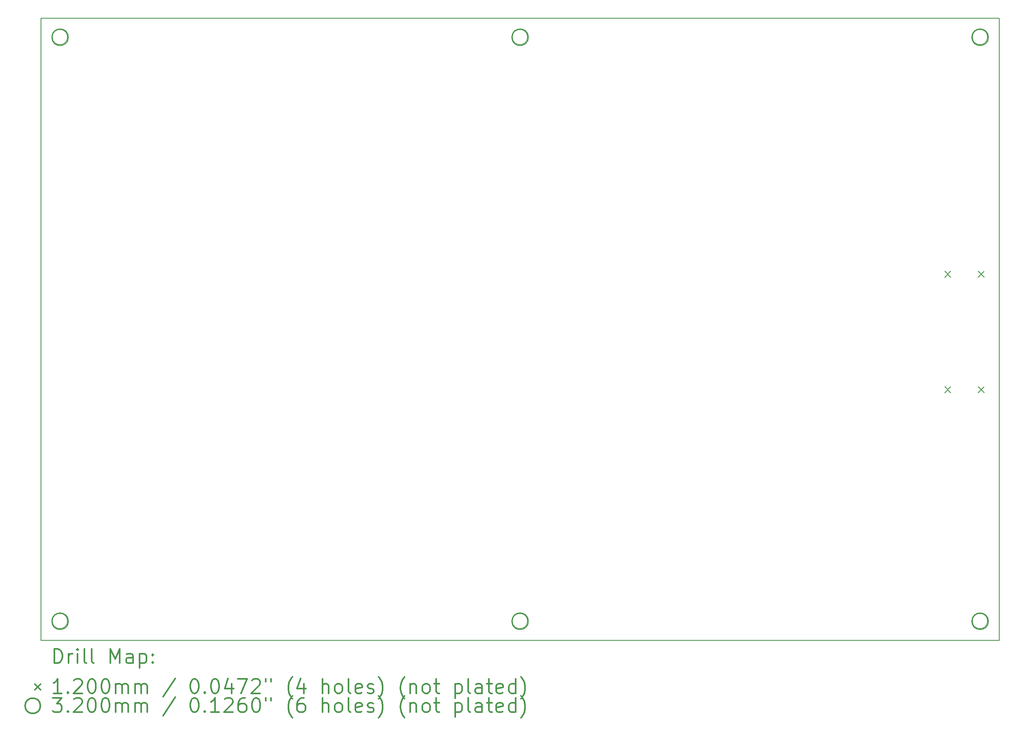
<source format=gbr>
%FSLAX45Y45*%
G04 Gerber Fmt 4.5, Leading zero omitted, Abs format (unit mm)*
G04 Created by KiCad (PCBNEW (5.1.10-1-10_14)) date 2021-10-10 16:36:36*
%MOMM*%
%LPD*%
G01*
G04 APERTURE LIST*
%TA.AperFunction,Profile*%
%ADD10C,0.200000*%
%TD*%
%ADD11C,0.200000*%
%ADD12C,0.300000*%
G04 APERTURE END LIST*
D10*
X22619800Y-2635231D02*
G75*
G03*
X22619800Y-2635231I-175000J0D01*
G01*
X13019800Y-2635231D02*
G75*
G03*
X13019800Y-2635231I-175000J0D01*
G01*
X3419800Y-2635231D02*
G75*
G03*
X3419800Y-2635231I-175000J0D01*
G01*
X2844800Y-2235241D02*
X2844800Y-15235200D01*
X22619800Y-14835231D02*
G75*
G03*
X22619800Y-14835231I-175000J0D01*
G01*
X13019800Y-14835231D02*
G75*
G03*
X13019800Y-14835231I-175000J0D01*
G01*
X3419800Y-14835231D02*
G75*
G03*
X3419800Y-14835231I-175000J0D01*
G01*
X22844764Y-15235200D02*
X22844764Y-2235241D01*
X22844764Y-2235241D02*
X2844800Y-2235241D01*
X2844800Y-15235200D02*
X22844764Y-15235200D01*
D11*
X21706800Y-7523800D02*
X21826800Y-7643800D01*
X21826800Y-7523800D02*
X21706800Y-7643800D01*
X21706800Y-9936800D02*
X21826800Y-10056800D01*
X21826800Y-9936800D02*
X21706800Y-10056800D01*
X22406800Y-7523800D02*
X22526800Y-7643800D01*
X22526800Y-7523800D02*
X22406800Y-7643800D01*
X22406800Y-9936800D02*
X22526800Y-10056800D01*
X22526800Y-9936800D02*
X22406800Y-10056800D01*
X3401600Y-2631200D02*
G75*
G03*
X3401600Y-2631200I-160000J0D01*
G01*
X3401600Y-14831200D02*
G75*
G03*
X3401600Y-14831200I-160000J0D01*
G01*
X13001600Y-2631200D02*
G75*
G03*
X13001600Y-2631200I-160000J0D01*
G01*
X13001600Y-14831200D02*
G75*
G03*
X13001600Y-14831200I-160000J0D01*
G01*
X22601600Y-2631200D02*
G75*
G03*
X22601600Y-2631200I-160000J0D01*
G01*
X22601600Y-14831200D02*
G75*
G03*
X22601600Y-14831200I-160000J0D01*
G01*
D12*
X3121228Y-15710914D02*
X3121228Y-15410914D01*
X3192657Y-15410914D01*
X3235514Y-15425200D01*
X3264086Y-15453772D01*
X3278371Y-15482343D01*
X3292657Y-15539486D01*
X3292657Y-15582343D01*
X3278371Y-15639486D01*
X3264086Y-15668057D01*
X3235514Y-15696629D01*
X3192657Y-15710914D01*
X3121228Y-15710914D01*
X3421228Y-15710914D02*
X3421228Y-15510914D01*
X3421228Y-15568057D02*
X3435514Y-15539486D01*
X3449800Y-15525200D01*
X3478371Y-15510914D01*
X3506943Y-15510914D01*
X3606943Y-15710914D02*
X3606943Y-15510914D01*
X3606943Y-15410914D02*
X3592657Y-15425200D01*
X3606943Y-15439486D01*
X3621228Y-15425200D01*
X3606943Y-15410914D01*
X3606943Y-15439486D01*
X3792657Y-15710914D02*
X3764086Y-15696629D01*
X3749800Y-15668057D01*
X3749800Y-15410914D01*
X3949800Y-15710914D02*
X3921228Y-15696629D01*
X3906943Y-15668057D01*
X3906943Y-15410914D01*
X4292657Y-15710914D02*
X4292657Y-15410914D01*
X4392657Y-15625200D01*
X4492657Y-15410914D01*
X4492657Y-15710914D01*
X4764086Y-15710914D02*
X4764086Y-15553772D01*
X4749800Y-15525200D01*
X4721228Y-15510914D01*
X4664086Y-15510914D01*
X4635514Y-15525200D01*
X4764086Y-15696629D02*
X4735514Y-15710914D01*
X4664086Y-15710914D01*
X4635514Y-15696629D01*
X4621228Y-15668057D01*
X4621228Y-15639486D01*
X4635514Y-15610914D01*
X4664086Y-15596629D01*
X4735514Y-15596629D01*
X4764086Y-15582343D01*
X4906943Y-15510914D02*
X4906943Y-15810914D01*
X4906943Y-15525200D02*
X4935514Y-15510914D01*
X4992657Y-15510914D01*
X5021228Y-15525200D01*
X5035514Y-15539486D01*
X5049800Y-15568057D01*
X5049800Y-15653772D01*
X5035514Y-15682343D01*
X5021228Y-15696629D01*
X4992657Y-15710914D01*
X4935514Y-15710914D01*
X4906943Y-15696629D01*
X5178371Y-15682343D02*
X5192657Y-15696629D01*
X5178371Y-15710914D01*
X5164086Y-15696629D01*
X5178371Y-15682343D01*
X5178371Y-15710914D01*
X5178371Y-15525200D02*
X5192657Y-15539486D01*
X5178371Y-15553772D01*
X5164086Y-15539486D01*
X5178371Y-15525200D01*
X5178371Y-15553772D01*
X2714800Y-16145200D02*
X2834800Y-16265200D01*
X2834800Y-16145200D02*
X2714800Y-16265200D01*
X3278371Y-16340914D02*
X3106943Y-16340914D01*
X3192657Y-16340914D02*
X3192657Y-16040914D01*
X3164086Y-16083772D01*
X3135514Y-16112343D01*
X3106943Y-16126629D01*
X3406943Y-16312343D02*
X3421228Y-16326629D01*
X3406943Y-16340914D01*
X3392657Y-16326629D01*
X3406943Y-16312343D01*
X3406943Y-16340914D01*
X3535514Y-16069486D02*
X3549800Y-16055200D01*
X3578371Y-16040914D01*
X3649800Y-16040914D01*
X3678371Y-16055200D01*
X3692657Y-16069486D01*
X3706943Y-16098057D01*
X3706943Y-16126629D01*
X3692657Y-16169486D01*
X3521228Y-16340914D01*
X3706943Y-16340914D01*
X3892657Y-16040914D02*
X3921228Y-16040914D01*
X3949800Y-16055200D01*
X3964086Y-16069486D01*
X3978371Y-16098057D01*
X3992657Y-16155200D01*
X3992657Y-16226629D01*
X3978371Y-16283772D01*
X3964086Y-16312343D01*
X3949800Y-16326629D01*
X3921228Y-16340914D01*
X3892657Y-16340914D01*
X3864086Y-16326629D01*
X3849800Y-16312343D01*
X3835514Y-16283772D01*
X3821228Y-16226629D01*
X3821228Y-16155200D01*
X3835514Y-16098057D01*
X3849800Y-16069486D01*
X3864086Y-16055200D01*
X3892657Y-16040914D01*
X4178371Y-16040914D02*
X4206943Y-16040914D01*
X4235514Y-16055200D01*
X4249800Y-16069486D01*
X4264086Y-16098057D01*
X4278371Y-16155200D01*
X4278371Y-16226629D01*
X4264086Y-16283772D01*
X4249800Y-16312343D01*
X4235514Y-16326629D01*
X4206943Y-16340914D01*
X4178371Y-16340914D01*
X4149800Y-16326629D01*
X4135514Y-16312343D01*
X4121228Y-16283772D01*
X4106943Y-16226629D01*
X4106943Y-16155200D01*
X4121228Y-16098057D01*
X4135514Y-16069486D01*
X4149800Y-16055200D01*
X4178371Y-16040914D01*
X4406943Y-16340914D02*
X4406943Y-16140914D01*
X4406943Y-16169486D02*
X4421228Y-16155200D01*
X4449800Y-16140914D01*
X4492657Y-16140914D01*
X4521228Y-16155200D01*
X4535514Y-16183772D01*
X4535514Y-16340914D01*
X4535514Y-16183772D02*
X4549800Y-16155200D01*
X4578371Y-16140914D01*
X4621228Y-16140914D01*
X4649800Y-16155200D01*
X4664086Y-16183772D01*
X4664086Y-16340914D01*
X4806943Y-16340914D02*
X4806943Y-16140914D01*
X4806943Y-16169486D02*
X4821228Y-16155200D01*
X4849800Y-16140914D01*
X4892657Y-16140914D01*
X4921228Y-16155200D01*
X4935514Y-16183772D01*
X4935514Y-16340914D01*
X4935514Y-16183772D02*
X4949800Y-16155200D01*
X4978371Y-16140914D01*
X5021228Y-16140914D01*
X5049800Y-16155200D01*
X5064086Y-16183772D01*
X5064086Y-16340914D01*
X5649800Y-16026629D02*
X5392657Y-16412343D01*
X6035514Y-16040914D02*
X6064086Y-16040914D01*
X6092657Y-16055200D01*
X6106943Y-16069486D01*
X6121228Y-16098057D01*
X6135514Y-16155200D01*
X6135514Y-16226629D01*
X6121228Y-16283772D01*
X6106943Y-16312343D01*
X6092657Y-16326629D01*
X6064086Y-16340914D01*
X6035514Y-16340914D01*
X6006943Y-16326629D01*
X5992657Y-16312343D01*
X5978371Y-16283772D01*
X5964086Y-16226629D01*
X5964086Y-16155200D01*
X5978371Y-16098057D01*
X5992657Y-16069486D01*
X6006943Y-16055200D01*
X6035514Y-16040914D01*
X6264086Y-16312343D02*
X6278371Y-16326629D01*
X6264086Y-16340914D01*
X6249800Y-16326629D01*
X6264086Y-16312343D01*
X6264086Y-16340914D01*
X6464086Y-16040914D02*
X6492657Y-16040914D01*
X6521228Y-16055200D01*
X6535514Y-16069486D01*
X6549800Y-16098057D01*
X6564086Y-16155200D01*
X6564086Y-16226629D01*
X6549800Y-16283772D01*
X6535514Y-16312343D01*
X6521228Y-16326629D01*
X6492657Y-16340914D01*
X6464086Y-16340914D01*
X6435514Y-16326629D01*
X6421228Y-16312343D01*
X6406943Y-16283772D01*
X6392657Y-16226629D01*
X6392657Y-16155200D01*
X6406943Y-16098057D01*
X6421228Y-16069486D01*
X6435514Y-16055200D01*
X6464086Y-16040914D01*
X6821228Y-16140914D02*
X6821228Y-16340914D01*
X6749800Y-16026629D02*
X6678371Y-16240914D01*
X6864086Y-16240914D01*
X6949800Y-16040914D02*
X7149800Y-16040914D01*
X7021228Y-16340914D01*
X7249800Y-16069486D02*
X7264086Y-16055200D01*
X7292657Y-16040914D01*
X7364086Y-16040914D01*
X7392657Y-16055200D01*
X7406943Y-16069486D01*
X7421228Y-16098057D01*
X7421228Y-16126629D01*
X7406943Y-16169486D01*
X7235514Y-16340914D01*
X7421228Y-16340914D01*
X7535514Y-16040914D02*
X7535514Y-16098057D01*
X7649800Y-16040914D02*
X7649800Y-16098057D01*
X8092657Y-16455200D02*
X8078371Y-16440914D01*
X8049800Y-16398057D01*
X8035514Y-16369486D01*
X8021228Y-16326629D01*
X8006943Y-16255200D01*
X8006943Y-16198057D01*
X8021228Y-16126629D01*
X8035514Y-16083772D01*
X8049800Y-16055200D01*
X8078371Y-16012343D01*
X8092657Y-15998057D01*
X8335514Y-16140914D02*
X8335514Y-16340914D01*
X8264086Y-16026629D02*
X8192657Y-16240914D01*
X8378371Y-16240914D01*
X8721228Y-16340914D02*
X8721228Y-16040914D01*
X8849800Y-16340914D02*
X8849800Y-16183772D01*
X8835514Y-16155200D01*
X8806943Y-16140914D01*
X8764086Y-16140914D01*
X8735514Y-16155200D01*
X8721228Y-16169486D01*
X9035514Y-16340914D02*
X9006943Y-16326629D01*
X8992657Y-16312343D01*
X8978371Y-16283772D01*
X8978371Y-16198057D01*
X8992657Y-16169486D01*
X9006943Y-16155200D01*
X9035514Y-16140914D01*
X9078371Y-16140914D01*
X9106943Y-16155200D01*
X9121228Y-16169486D01*
X9135514Y-16198057D01*
X9135514Y-16283772D01*
X9121228Y-16312343D01*
X9106943Y-16326629D01*
X9078371Y-16340914D01*
X9035514Y-16340914D01*
X9306943Y-16340914D02*
X9278371Y-16326629D01*
X9264086Y-16298057D01*
X9264086Y-16040914D01*
X9535514Y-16326629D02*
X9506943Y-16340914D01*
X9449800Y-16340914D01*
X9421228Y-16326629D01*
X9406943Y-16298057D01*
X9406943Y-16183772D01*
X9421228Y-16155200D01*
X9449800Y-16140914D01*
X9506943Y-16140914D01*
X9535514Y-16155200D01*
X9549800Y-16183772D01*
X9549800Y-16212343D01*
X9406943Y-16240914D01*
X9664086Y-16326629D02*
X9692657Y-16340914D01*
X9749800Y-16340914D01*
X9778371Y-16326629D01*
X9792657Y-16298057D01*
X9792657Y-16283772D01*
X9778371Y-16255200D01*
X9749800Y-16240914D01*
X9706943Y-16240914D01*
X9678371Y-16226629D01*
X9664086Y-16198057D01*
X9664086Y-16183772D01*
X9678371Y-16155200D01*
X9706943Y-16140914D01*
X9749800Y-16140914D01*
X9778371Y-16155200D01*
X9892657Y-16455200D02*
X9906943Y-16440914D01*
X9935514Y-16398057D01*
X9949800Y-16369486D01*
X9964086Y-16326629D01*
X9978371Y-16255200D01*
X9978371Y-16198057D01*
X9964086Y-16126629D01*
X9949800Y-16083772D01*
X9935514Y-16055200D01*
X9906943Y-16012343D01*
X9892657Y-15998057D01*
X10435514Y-16455200D02*
X10421228Y-16440914D01*
X10392657Y-16398057D01*
X10378371Y-16369486D01*
X10364086Y-16326629D01*
X10349800Y-16255200D01*
X10349800Y-16198057D01*
X10364086Y-16126629D01*
X10378371Y-16083772D01*
X10392657Y-16055200D01*
X10421228Y-16012343D01*
X10435514Y-15998057D01*
X10549800Y-16140914D02*
X10549800Y-16340914D01*
X10549800Y-16169486D02*
X10564086Y-16155200D01*
X10592657Y-16140914D01*
X10635514Y-16140914D01*
X10664086Y-16155200D01*
X10678371Y-16183772D01*
X10678371Y-16340914D01*
X10864086Y-16340914D02*
X10835514Y-16326629D01*
X10821228Y-16312343D01*
X10806943Y-16283772D01*
X10806943Y-16198057D01*
X10821228Y-16169486D01*
X10835514Y-16155200D01*
X10864086Y-16140914D01*
X10906943Y-16140914D01*
X10935514Y-16155200D01*
X10949800Y-16169486D01*
X10964086Y-16198057D01*
X10964086Y-16283772D01*
X10949800Y-16312343D01*
X10935514Y-16326629D01*
X10906943Y-16340914D01*
X10864086Y-16340914D01*
X11049800Y-16140914D02*
X11164086Y-16140914D01*
X11092657Y-16040914D02*
X11092657Y-16298057D01*
X11106943Y-16326629D01*
X11135514Y-16340914D01*
X11164086Y-16340914D01*
X11492657Y-16140914D02*
X11492657Y-16440914D01*
X11492657Y-16155200D02*
X11521228Y-16140914D01*
X11578371Y-16140914D01*
X11606943Y-16155200D01*
X11621228Y-16169486D01*
X11635514Y-16198057D01*
X11635514Y-16283772D01*
X11621228Y-16312343D01*
X11606943Y-16326629D01*
X11578371Y-16340914D01*
X11521228Y-16340914D01*
X11492657Y-16326629D01*
X11806943Y-16340914D02*
X11778371Y-16326629D01*
X11764086Y-16298057D01*
X11764086Y-16040914D01*
X12049800Y-16340914D02*
X12049800Y-16183772D01*
X12035514Y-16155200D01*
X12006943Y-16140914D01*
X11949800Y-16140914D01*
X11921228Y-16155200D01*
X12049800Y-16326629D02*
X12021228Y-16340914D01*
X11949800Y-16340914D01*
X11921228Y-16326629D01*
X11906943Y-16298057D01*
X11906943Y-16269486D01*
X11921228Y-16240914D01*
X11949800Y-16226629D01*
X12021228Y-16226629D01*
X12049800Y-16212343D01*
X12149800Y-16140914D02*
X12264086Y-16140914D01*
X12192657Y-16040914D02*
X12192657Y-16298057D01*
X12206943Y-16326629D01*
X12235514Y-16340914D01*
X12264086Y-16340914D01*
X12478371Y-16326629D02*
X12449800Y-16340914D01*
X12392657Y-16340914D01*
X12364086Y-16326629D01*
X12349800Y-16298057D01*
X12349800Y-16183772D01*
X12364086Y-16155200D01*
X12392657Y-16140914D01*
X12449800Y-16140914D01*
X12478371Y-16155200D01*
X12492657Y-16183772D01*
X12492657Y-16212343D01*
X12349800Y-16240914D01*
X12749800Y-16340914D02*
X12749800Y-16040914D01*
X12749800Y-16326629D02*
X12721228Y-16340914D01*
X12664086Y-16340914D01*
X12635514Y-16326629D01*
X12621228Y-16312343D01*
X12606943Y-16283772D01*
X12606943Y-16198057D01*
X12621228Y-16169486D01*
X12635514Y-16155200D01*
X12664086Y-16140914D01*
X12721228Y-16140914D01*
X12749800Y-16155200D01*
X12864086Y-16455200D02*
X12878371Y-16440914D01*
X12906943Y-16398057D01*
X12921228Y-16369486D01*
X12935514Y-16326629D01*
X12949800Y-16255200D01*
X12949800Y-16198057D01*
X12935514Y-16126629D01*
X12921228Y-16083772D01*
X12906943Y-16055200D01*
X12878371Y-16012343D01*
X12864086Y-15998057D01*
X2834800Y-16601200D02*
G75*
G03*
X2834800Y-16601200I-160000J0D01*
G01*
X3092657Y-16436914D02*
X3278371Y-16436914D01*
X3178371Y-16551200D01*
X3221228Y-16551200D01*
X3249800Y-16565486D01*
X3264086Y-16579772D01*
X3278371Y-16608343D01*
X3278371Y-16679772D01*
X3264086Y-16708343D01*
X3249800Y-16722629D01*
X3221228Y-16736914D01*
X3135514Y-16736914D01*
X3106943Y-16722629D01*
X3092657Y-16708343D01*
X3406943Y-16708343D02*
X3421228Y-16722629D01*
X3406943Y-16736914D01*
X3392657Y-16722629D01*
X3406943Y-16708343D01*
X3406943Y-16736914D01*
X3535514Y-16465486D02*
X3549800Y-16451200D01*
X3578371Y-16436914D01*
X3649800Y-16436914D01*
X3678371Y-16451200D01*
X3692657Y-16465486D01*
X3706943Y-16494057D01*
X3706943Y-16522629D01*
X3692657Y-16565486D01*
X3521228Y-16736914D01*
X3706943Y-16736914D01*
X3892657Y-16436914D02*
X3921228Y-16436914D01*
X3949800Y-16451200D01*
X3964086Y-16465486D01*
X3978371Y-16494057D01*
X3992657Y-16551200D01*
X3992657Y-16622629D01*
X3978371Y-16679772D01*
X3964086Y-16708343D01*
X3949800Y-16722629D01*
X3921228Y-16736914D01*
X3892657Y-16736914D01*
X3864086Y-16722629D01*
X3849800Y-16708343D01*
X3835514Y-16679772D01*
X3821228Y-16622629D01*
X3821228Y-16551200D01*
X3835514Y-16494057D01*
X3849800Y-16465486D01*
X3864086Y-16451200D01*
X3892657Y-16436914D01*
X4178371Y-16436914D02*
X4206943Y-16436914D01*
X4235514Y-16451200D01*
X4249800Y-16465486D01*
X4264086Y-16494057D01*
X4278371Y-16551200D01*
X4278371Y-16622629D01*
X4264086Y-16679772D01*
X4249800Y-16708343D01*
X4235514Y-16722629D01*
X4206943Y-16736914D01*
X4178371Y-16736914D01*
X4149800Y-16722629D01*
X4135514Y-16708343D01*
X4121228Y-16679772D01*
X4106943Y-16622629D01*
X4106943Y-16551200D01*
X4121228Y-16494057D01*
X4135514Y-16465486D01*
X4149800Y-16451200D01*
X4178371Y-16436914D01*
X4406943Y-16736914D02*
X4406943Y-16536914D01*
X4406943Y-16565486D02*
X4421228Y-16551200D01*
X4449800Y-16536914D01*
X4492657Y-16536914D01*
X4521228Y-16551200D01*
X4535514Y-16579772D01*
X4535514Y-16736914D01*
X4535514Y-16579772D02*
X4549800Y-16551200D01*
X4578371Y-16536914D01*
X4621228Y-16536914D01*
X4649800Y-16551200D01*
X4664086Y-16579772D01*
X4664086Y-16736914D01*
X4806943Y-16736914D02*
X4806943Y-16536914D01*
X4806943Y-16565486D02*
X4821228Y-16551200D01*
X4849800Y-16536914D01*
X4892657Y-16536914D01*
X4921228Y-16551200D01*
X4935514Y-16579772D01*
X4935514Y-16736914D01*
X4935514Y-16579772D02*
X4949800Y-16551200D01*
X4978371Y-16536914D01*
X5021228Y-16536914D01*
X5049800Y-16551200D01*
X5064086Y-16579772D01*
X5064086Y-16736914D01*
X5649800Y-16422629D02*
X5392657Y-16808343D01*
X6035514Y-16436914D02*
X6064086Y-16436914D01*
X6092657Y-16451200D01*
X6106943Y-16465486D01*
X6121228Y-16494057D01*
X6135514Y-16551200D01*
X6135514Y-16622629D01*
X6121228Y-16679772D01*
X6106943Y-16708343D01*
X6092657Y-16722629D01*
X6064086Y-16736914D01*
X6035514Y-16736914D01*
X6006943Y-16722629D01*
X5992657Y-16708343D01*
X5978371Y-16679772D01*
X5964086Y-16622629D01*
X5964086Y-16551200D01*
X5978371Y-16494057D01*
X5992657Y-16465486D01*
X6006943Y-16451200D01*
X6035514Y-16436914D01*
X6264086Y-16708343D02*
X6278371Y-16722629D01*
X6264086Y-16736914D01*
X6249800Y-16722629D01*
X6264086Y-16708343D01*
X6264086Y-16736914D01*
X6564086Y-16736914D02*
X6392657Y-16736914D01*
X6478371Y-16736914D02*
X6478371Y-16436914D01*
X6449800Y-16479772D01*
X6421228Y-16508343D01*
X6392657Y-16522629D01*
X6678371Y-16465486D02*
X6692657Y-16451200D01*
X6721228Y-16436914D01*
X6792657Y-16436914D01*
X6821228Y-16451200D01*
X6835514Y-16465486D01*
X6849800Y-16494057D01*
X6849800Y-16522629D01*
X6835514Y-16565486D01*
X6664086Y-16736914D01*
X6849800Y-16736914D01*
X7106943Y-16436914D02*
X7049800Y-16436914D01*
X7021228Y-16451200D01*
X7006943Y-16465486D01*
X6978371Y-16508343D01*
X6964086Y-16565486D01*
X6964086Y-16679772D01*
X6978371Y-16708343D01*
X6992657Y-16722629D01*
X7021228Y-16736914D01*
X7078371Y-16736914D01*
X7106943Y-16722629D01*
X7121228Y-16708343D01*
X7135514Y-16679772D01*
X7135514Y-16608343D01*
X7121228Y-16579772D01*
X7106943Y-16565486D01*
X7078371Y-16551200D01*
X7021228Y-16551200D01*
X6992657Y-16565486D01*
X6978371Y-16579772D01*
X6964086Y-16608343D01*
X7321228Y-16436914D02*
X7349800Y-16436914D01*
X7378371Y-16451200D01*
X7392657Y-16465486D01*
X7406943Y-16494057D01*
X7421228Y-16551200D01*
X7421228Y-16622629D01*
X7406943Y-16679772D01*
X7392657Y-16708343D01*
X7378371Y-16722629D01*
X7349800Y-16736914D01*
X7321228Y-16736914D01*
X7292657Y-16722629D01*
X7278371Y-16708343D01*
X7264086Y-16679772D01*
X7249800Y-16622629D01*
X7249800Y-16551200D01*
X7264086Y-16494057D01*
X7278371Y-16465486D01*
X7292657Y-16451200D01*
X7321228Y-16436914D01*
X7535514Y-16436914D02*
X7535514Y-16494057D01*
X7649800Y-16436914D02*
X7649800Y-16494057D01*
X8092657Y-16851200D02*
X8078371Y-16836914D01*
X8049800Y-16794057D01*
X8035514Y-16765486D01*
X8021228Y-16722629D01*
X8006943Y-16651200D01*
X8006943Y-16594057D01*
X8021228Y-16522629D01*
X8035514Y-16479772D01*
X8049800Y-16451200D01*
X8078371Y-16408343D01*
X8092657Y-16394057D01*
X8335514Y-16436914D02*
X8278371Y-16436914D01*
X8249800Y-16451200D01*
X8235514Y-16465486D01*
X8206943Y-16508343D01*
X8192657Y-16565486D01*
X8192657Y-16679772D01*
X8206943Y-16708343D01*
X8221228Y-16722629D01*
X8249800Y-16736914D01*
X8306943Y-16736914D01*
X8335514Y-16722629D01*
X8349800Y-16708343D01*
X8364086Y-16679772D01*
X8364086Y-16608343D01*
X8349800Y-16579772D01*
X8335514Y-16565486D01*
X8306943Y-16551200D01*
X8249800Y-16551200D01*
X8221228Y-16565486D01*
X8206943Y-16579772D01*
X8192657Y-16608343D01*
X8721228Y-16736914D02*
X8721228Y-16436914D01*
X8849800Y-16736914D02*
X8849800Y-16579772D01*
X8835514Y-16551200D01*
X8806943Y-16536914D01*
X8764086Y-16536914D01*
X8735514Y-16551200D01*
X8721228Y-16565486D01*
X9035514Y-16736914D02*
X9006943Y-16722629D01*
X8992657Y-16708343D01*
X8978371Y-16679772D01*
X8978371Y-16594057D01*
X8992657Y-16565486D01*
X9006943Y-16551200D01*
X9035514Y-16536914D01*
X9078371Y-16536914D01*
X9106943Y-16551200D01*
X9121228Y-16565486D01*
X9135514Y-16594057D01*
X9135514Y-16679772D01*
X9121228Y-16708343D01*
X9106943Y-16722629D01*
X9078371Y-16736914D01*
X9035514Y-16736914D01*
X9306943Y-16736914D02*
X9278371Y-16722629D01*
X9264086Y-16694057D01*
X9264086Y-16436914D01*
X9535514Y-16722629D02*
X9506943Y-16736914D01*
X9449800Y-16736914D01*
X9421228Y-16722629D01*
X9406943Y-16694057D01*
X9406943Y-16579772D01*
X9421228Y-16551200D01*
X9449800Y-16536914D01*
X9506943Y-16536914D01*
X9535514Y-16551200D01*
X9549800Y-16579772D01*
X9549800Y-16608343D01*
X9406943Y-16636914D01*
X9664086Y-16722629D02*
X9692657Y-16736914D01*
X9749800Y-16736914D01*
X9778371Y-16722629D01*
X9792657Y-16694057D01*
X9792657Y-16679772D01*
X9778371Y-16651200D01*
X9749800Y-16636914D01*
X9706943Y-16636914D01*
X9678371Y-16622629D01*
X9664086Y-16594057D01*
X9664086Y-16579772D01*
X9678371Y-16551200D01*
X9706943Y-16536914D01*
X9749800Y-16536914D01*
X9778371Y-16551200D01*
X9892657Y-16851200D02*
X9906943Y-16836914D01*
X9935514Y-16794057D01*
X9949800Y-16765486D01*
X9964086Y-16722629D01*
X9978371Y-16651200D01*
X9978371Y-16594057D01*
X9964086Y-16522629D01*
X9949800Y-16479772D01*
X9935514Y-16451200D01*
X9906943Y-16408343D01*
X9892657Y-16394057D01*
X10435514Y-16851200D02*
X10421228Y-16836914D01*
X10392657Y-16794057D01*
X10378371Y-16765486D01*
X10364086Y-16722629D01*
X10349800Y-16651200D01*
X10349800Y-16594057D01*
X10364086Y-16522629D01*
X10378371Y-16479772D01*
X10392657Y-16451200D01*
X10421228Y-16408343D01*
X10435514Y-16394057D01*
X10549800Y-16536914D02*
X10549800Y-16736914D01*
X10549800Y-16565486D02*
X10564086Y-16551200D01*
X10592657Y-16536914D01*
X10635514Y-16536914D01*
X10664086Y-16551200D01*
X10678371Y-16579772D01*
X10678371Y-16736914D01*
X10864086Y-16736914D02*
X10835514Y-16722629D01*
X10821228Y-16708343D01*
X10806943Y-16679772D01*
X10806943Y-16594057D01*
X10821228Y-16565486D01*
X10835514Y-16551200D01*
X10864086Y-16536914D01*
X10906943Y-16536914D01*
X10935514Y-16551200D01*
X10949800Y-16565486D01*
X10964086Y-16594057D01*
X10964086Y-16679772D01*
X10949800Y-16708343D01*
X10935514Y-16722629D01*
X10906943Y-16736914D01*
X10864086Y-16736914D01*
X11049800Y-16536914D02*
X11164086Y-16536914D01*
X11092657Y-16436914D02*
X11092657Y-16694057D01*
X11106943Y-16722629D01*
X11135514Y-16736914D01*
X11164086Y-16736914D01*
X11492657Y-16536914D02*
X11492657Y-16836914D01*
X11492657Y-16551200D02*
X11521228Y-16536914D01*
X11578371Y-16536914D01*
X11606943Y-16551200D01*
X11621228Y-16565486D01*
X11635514Y-16594057D01*
X11635514Y-16679772D01*
X11621228Y-16708343D01*
X11606943Y-16722629D01*
X11578371Y-16736914D01*
X11521228Y-16736914D01*
X11492657Y-16722629D01*
X11806943Y-16736914D02*
X11778371Y-16722629D01*
X11764086Y-16694057D01*
X11764086Y-16436914D01*
X12049800Y-16736914D02*
X12049800Y-16579772D01*
X12035514Y-16551200D01*
X12006943Y-16536914D01*
X11949800Y-16536914D01*
X11921228Y-16551200D01*
X12049800Y-16722629D02*
X12021228Y-16736914D01*
X11949800Y-16736914D01*
X11921228Y-16722629D01*
X11906943Y-16694057D01*
X11906943Y-16665486D01*
X11921228Y-16636914D01*
X11949800Y-16622629D01*
X12021228Y-16622629D01*
X12049800Y-16608343D01*
X12149800Y-16536914D02*
X12264086Y-16536914D01*
X12192657Y-16436914D02*
X12192657Y-16694057D01*
X12206943Y-16722629D01*
X12235514Y-16736914D01*
X12264086Y-16736914D01*
X12478371Y-16722629D02*
X12449800Y-16736914D01*
X12392657Y-16736914D01*
X12364086Y-16722629D01*
X12349800Y-16694057D01*
X12349800Y-16579772D01*
X12364086Y-16551200D01*
X12392657Y-16536914D01*
X12449800Y-16536914D01*
X12478371Y-16551200D01*
X12492657Y-16579772D01*
X12492657Y-16608343D01*
X12349800Y-16636914D01*
X12749800Y-16736914D02*
X12749800Y-16436914D01*
X12749800Y-16722629D02*
X12721228Y-16736914D01*
X12664086Y-16736914D01*
X12635514Y-16722629D01*
X12621228Y-16708343D01*
X12606943Y-16679772D01*
X12606943Y-16594057D01*
X12621228Y-16565486D01*
X12635514Y-16551200D01*
X12664086Y-16536914D01*
X12721228Y-16536914D01*
X12749800Y-16551200D01*
X12864086Y-16851200D02*
X12878371Y-16836914D01*
X12906943Y-16794057D01*
X12921228Y-16765486D01*
X12935514Y-16722629D01*
X12949800Y-16651200D01*
X12949800Y-16594057D01*
X12935514Y-16522629D01*
X12921228Y-16479772D01*
X12906943Y-16451200D01*
X12878371Y-16408343D01*
X12864086Y-16394057D01*
M02*

</source>
